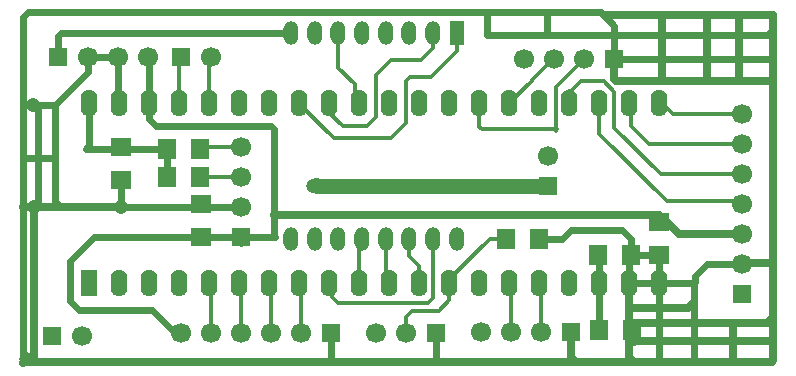
<source format=gbr>
G04 #@! TF.FileFunction,Copper,L2,Bot,Signal*
%FSLAX46Y46*%
G04 Gerber Fmt 4.6, Leading zero omitted, Abs format (unit mm)*
G04 Created by KiCad (PCBNEW (2015-01-16 BZR 5376)-product) date 20/06/2015 16:12:35*
%MOMM*%
G01*
G04 APERTURE LIST*
%ADD10C,0.100000*%
%ADD11R,1.600200X1.600200*%
%ADD12C,1.699260*%
%ADD13R,1.397000X2.286000*%
%ADD14O,1.397000X2.286000*%
%ADD15R,1.600200X1.803400*%
%ADD16R,1.803400X1.600200*%
%ADD17R,1.501140X1.501140*%
%ADD18R,1.270000X2.032000*%
%ADD19O,1.270000X2.032000*%
%ADD20C,1.198880*%
%ADD21C,0.609600*%
%ADD22C,0.635000*%
%ADD23C,0.304800*%
%ADD24C,1.270000*%
G04 APERTURE END LIST*
D10*
D11*
X137160000Y-108712000D03*
D12*
X137160000Y-106172000D03*
X137160000Y-103632000D03*
X137160000Y-101092000D03*
D11*
X168783000Y-93599000D03*
D12*
X166243000Y-93599000D03*
X163703000Y-93599000D03*
X161163000Y-93599000D03*
D11*
X165100000Y-116713000D03*
D12*
X162560000Y-116713000D03*
X160020000Y-116713000D03*
X157480000Y-116713000D03*
D13*
X124371100Y-112623600D03*
D14*
X126911100Y-112623600D03*
X129451100Y-112623600D03*
X131991100Y-112623600D03*
X134531100Y-112623600D03*
X137071100Y-112623600D03*
X139611100Y-112623600D03*
X142151100Y-112623600D03*
X144691100Y-112623600D03*
X147231100Y-112623600D03*
X149771100Y-112623600D03*
X152311100Y-112623600D03*
X154851100Y-112623600D03*
X157391100Y-112623600D03*
X159931100Y-112623600D03*
X162471100Y-112623600D03*
X165011100Y-112623600D03*
X167551100Y-112623600D03*
X170091100Y-112623600D03*
X172631100Y-112623600D03*
X172631100Y-97383600D03*
X170091100Y-97383600D03*
X167551100Y-97383600D03*
X165011100Y-97383600D03*
X162471100Y-97383600D03*
X159931100Y-97383600D03*
X157391100Y-97383600D03*
X154851100Y-97383600D03*
X152311100Y-97383600D03*
X149771100Y-97383600D03*
X147231100Y-97383600D03*
X144691100Y-97383600D03*
X142151100Y-97383600D03*
X139611100Y-97383600D03*
X137071100Y-97383600D03*
X134531100Y-97383600D03*
X131991100Y-97383600D03*
X129451100Y-97383600D03*
X126911100Y-97383600D03*
X124371100Y-97383600D03*
D15*
X167513000Y-116586000D03*
X170307000Y-116586000D03*
D16*
X133794500Y-108712000D03*
X133794500Y-105918000D03*
X127000000Y-101092000D03*
X127000000Y-103886000D03*
D17*
X121158000Y-117094000D03*
D12*
X123698000Y-117094000D03*
D17*
X144780000Y-116840000D03*
D12*
X142240000Y-116840000D03*
X139700000Y-116840000D03*
X137160000Y-116840000D03*
X134620000Y-116840000D03*
X132080000Y-116840000D03*
D15*
X130937000Y-103632000D03*
X133731000Y-103632000D03*
X130937000Y-101219000D03*
X133731000Y-101219000D03*
D17*
X179578000Y-113538000D03*
D12*
X179578000Y-110998000D03*
X179578000Y-108458000D03*
X179578000Y-105918000D03*
X179578000Y-103378000D03*
X179578000Y-100838000D03*
X179578000Y-98298000D03*
D17*
X132080000Y-93472000D03*
D12*
X134620000Y-93472000D03*
D11*
X121666000Y-93472000D03*
D12*
X124206000Y-93472000D03*
X126746000Y-93472000D03*
X129286000Y-93472000D03*
D18*
X155448000Y-91440000D03*
D19*
X153449020Y-91440000D03*
X151450040Y-91440000D03*
X149448520Y-91440000D03*
X147449540Y-91440000D03*
X145448020Y-91440000D03*
X143449040Y-91440000D03*
X141450060Y-91440000D03*
X141450060Y-108889800D03*
X143449040Y-108889800D03*
X145448020Y-108889800D03*
X147449540Y-108889800D03*
X149448520Y-108889800D03*
X151450040Y-108889800D03*
X153449020Y-108889800D03*
X155448000Y-108889800D03*
D15*
X162433000Y-108839000D03*
X159639000Y-108839000D03*
X170180000Y-110172500D03*
X167386000Y-110172500D03*
D20*
X119634000Y-106172000D03*
D17*
X153670000Y-116840000D03*
D12*
X151130000Y-116840000D03*
X148590000Y-116840000D03*
D17*
X163195000Y-104394000D03*
D12*
X163195000Y-101854000D03*
D20*
X143319500Y-104330500D03*
D16*
X172593000Y-107378500D03*
X172593000Y-110172500D03*
D20*
X118999000Y-118999000D03*
X119570500Y-97536000D03*
X127000000Y-106108500D03*
D21*
X133794500Y-108712000D02*
X137160000Y-108712000D01*
X132080000Y-116840000D02*
X131635500Y-116840000D01*
X131635500Y-116840000D02*
X129667000Y-114871500D01*
X129667000Y-114871500D02*
X123444000Y-114871500D01*
X123444000Y-114871500D02*
X122682000Y-114109500D01*
X122682000Y-114109500D02*
X122682000Y-110744000D01*
X122682000Y-110744000D02*
X124714000Y-108712000D01*
X124714000Y-108712000D02*
X133794500Y-108712000D01*
X139954000Y-106934000D02*
X139954000Y-99504500D01*
X129451100Y-98717100D02*
X129451100Y-97383600D01*
X129984500Y-99250500D02*
X129451100Y-98717100D01*
X139700000Y-99250500D02*
X129984500Y-99250500D01*
X139954000Y-99504500D02*
X139700000Y-99250500D01*
X137160000Y-108712000D02*
X140081000Y-108712000D01*
X140081000Y-108712000D02*
X139954000Y-108585000D01*
X139954000Y-108585000D02*
X139954000Y-106934000D01*
X139954000Y-106934000D02*
X139954000Y-106807000D01*
D22*
X139954000Y-106807000D02*
X172593000Y-106807000D01*
X172593000Y-106807000D02*
X174244000Y-108458000D01*
X174244000Y-108458000D02*
X179578000Y-108458000D01*
D21*
X129451100Y-97383600D02*
X129451100Y-93637100D01*
X129451100Y-93637100D02*
X129286000Y-93472000D01*
X137160000Y-108712000D02*
X137160000Y-109220000D01*
X129451100Y-97383600D02*
X129438400Y-97383600D01*
X129451100Y-97383600D02*
X129451100Y-97955100D01*
X127000000Y-103886000D02*
X127000000Y-106108500D01*
X172593000Y-110172500D02*
X170180000Y-110172500D01*
X172631100Y-112623600D02*
X172631100Y-110210600D01*
X172631100Y-110210600D02*
X172593000Y-110172500D01*
X162433000Y-108839000D02*
X164401500Y-108839000D01*
X164401500Y-108839000D02*
X165163500Y-108077000D01*
X165163500Y-108077000D02*
X169418000Y-108077000D01*
X169418000Y-108077000D02*
X170180000Y-108839000D01*
X170180000Y-108839000D02*
X170180000Y-110172500D01*
X170091100Y-112623600D02*
X170091100Y-110261400D01*
X170091100Y-110261400D02*
X170180000Y-110172500D01*
X153670000Y-116840000D02*
X153670000Y-119253000D01*
X144780000Y-116840000D02*
X144780000Y-119253000D01*
D22*
X178816000Y-115951000D02*
X178816000Y-119253000D01*
D21*
X172631100Y-112623600D02*
X172631100Y-119253000D01*
X137160000Y-106172000D02*
X126873000Y-106172000D01*
X163068000Y-89662000D02*
X163068000Y-91567000D01*
D22*
X170091100Y-114681000D02*
X175006000Y-114681000D01*
X175006000Y-114681000D02*
X175514000Y-114173000D01*
X182245000Y-117475000D02*
X170091100Y-117475000D01*
X170218100Y-117602000D02*
X170434000Y-117602000D01*
X170091100Y-117475000D02*
X170218100Y-117602000D01*
X170091100Y-115951000D02*
X178816000Y-115951000D01*
X178816000Y-115951000D02*
X181737000Y-115951000D01*
X181737000Y-115951000D02*
X182245000Y-115443000D01*
D21*
X168910000Y-91567000D02*
X163068000Y-91567000D01*
X163068000Y-91567000D02*
X157988000Y-91567000D01*
X157988000Y-91567000D02*
X157988000Y-89662000D01*
D22*
X172847000Y-95504000D02*
X172847000Y-89916000D01*
D21*
X168783000Y-91567000D02*
X168910000Y-91567000D01*
X168910000Y-91567000D02*
X181737000Y-91567000D01*
X181737000Y-91567000D02*
X182245000Y-91059000D01*
D22*
X179324000Y-89916000D02*
X179324000Y-95504000D01*
X176657000Y-95504000D02*
X172847000Y-95504000D01*
X172847000Y-95504000D02*
X168989594Y-95504000D01*
X168783000Y-95297406D02*
X168783000Y-93599000D01*
X168989594Y-95504000D02*
X168783000Y-95297406D01*
X176657000Y-89916000D02*
X176657000Y-95504000D01*
X176657000Y-95504000D02*
X179324000Y-95504000D01*
X179324000Y-95504000D02*
X182245000Y-95504000D01*
D21*
X168783000Y-93599000D02*
X182245000Y-93599000D01*
X175514000Y-112623600D02*
X175514000Y-114173000D01*
X175514000Y-114173000D02*
X175514000Y-119253000D01*
X179578000Y-110998000D02*
X176657000Y-110998000D01*
X175539400Y-112623600D02*
X175514000Y-112623600D01*
X175514000Y-112623600D02*
X170091100Y-112623600D01*
X175641000Y-112522000D02*
X175539400Y-112623600D01*
X175641000Y-112014000D02*
X175641000Y-112522000D01*
X176657000Y-110998000D02*
X175641000Y-112014000D01*
D22*
X182245000Y-110871000D02*
X179705000Y-110871000D01*
X179705000Y-110871000D02*
X179578000Y-110998000D01*
X170307000Y-119253000D02*
X172631100Y-119253000D01*
X172631100Y-119253000D02*
X175514000Y-119253000D01*
X175514000Y-119253000D02*
X178816000Y-119253000D01*
X178816000Y-119253000D02*
X182118000Y-119253000D01*
X182118000Y-119253000D02*
X182245000Y-119126000D01*
X182245000Y-119126000D02*
X182245000Y-117475000D01*
X182245000Y-117475000D02*
X182245000Y-115443000D01*
X182245000Y-115443000D02*
X182245000Y-110871000D01*
X182245000Y-89916000D02*
X179324000Y-89916000D01*
X182245000Y-91059000D02*
X182245000Y-89916000D01*
X179324000Y-89916000D02*
X176657000Y-89916000D01*
X176657000Y-89916000D02*
X172847000Y-89916000D01*
X172847000Y-89916000D02*
X167894000Y-89916000D01*
X182245000Y-93599000D02*
X182245000Y-91059000D01*
X182245000Y-110871000D02*
X182245000Y-95504000D01*
X182245000Y-95504000D02*
X182245000Y-93599000D01*
X165354000Y-119253000D02*
X170307000Y-119253000D01*
X170307000Y-119253000D02*
X170434000Y-119253000D01*
X170434000Y-119253000D02*
X170091100Y-118910100D01*
X170091100Y-118910100D02*
X170091100Y-115951000D01*
X170091100Y-115951000D02*
X170091100Y-114681000D01*
X170091100Y-114681000D02*
X170091100Y-112623600D01*
X130683000Y-119253000D02*
X144780000Y-119253000D01*
X144780000Y-119253000D02*
X150368000Y-119253000D01*
X150368000Y-119253000D02*
X153670000Y-119253000D01*
X153670000Y-119253000D02*
X155321000Y-119253000D01*
X155321000Y-119253000D02*
X165354000Y-119253000D01*
X165354000Y-119253000D02*
X165481000Y-119253000D01*
X165100000Y-118872000D02*
X165100000Y-116713000D01*
X165481000Y-119253000D02*
X165100000Y-118872000D01*
D21*
X118745000Y-97536000D02*
X118745000Y-90043000D01*
X119126000Y-89662000D02*
X157988000Y-89662000D01*
X118745000Y-90043000D02*
X119126000Y-89662000D01*
X157988000Y-89662000D02*
X163068000Y-89662000D01*
X163068000Y-89662000D02*
X167640000Y-89662000D01*
X167640000Y-89662000D02*
X167894000Y-89916000D01*
X168783000Y-90805000D02*
X168783000Y-91567000D01*
X168783000Y-91567000D02*
X168783000Y-93599000D01*
X167894000Y-89916000D02*
X168783000Y-90805000D01*
D22*
X119634000Y-106172000D02*
X119634000Y-119253000D01*
D21*
X118745000Y-106172000D02*
X118745000Y-119380000D01*
X118745000Y-101981000D02*
X121412000Y-101981000D01*
X120015000Y-97536000D02*
X120015000Y-106172000D01*
X121412000Y-97536000D02*
X121412000Y-101981000D01*
X121412000Y-101981000D02*
X121412000Y-105664000D01*
X121412000Y-105664000D02*
X121920000Y-106172000D01*
X118745000Y-97536000D02*
X118745000Y-101981000D01*
X118745000Y-101981000D02*
X118745000Y-106172000D01*
X126746000Y-93472000D02*
X126746000Y-97218500D01*
X126746000Y-97218500D02*
X126911100Y-97383600D01*
X124206000Y-93472000D02*
X126746000Y-93472000D01*
D22*
X126873000Y-106172000D02*
X121920000Y-106172000D01*
X121920000Y-106172000D02*
X120015000Y-106172000D01*
X120015000Y-106172000D02*
X119634000Y-106172000D01*
X119634000Y-106172000D02*
X118745000Y-106172000D01*
D21*
X124206000Y-93472000D02*
X124206000Y-94742000D01*
X121412000Y-97536000D02*
X120015000Y-97536000D01*
X120015000Y-97536000D02*
X118745000Y-97536000D01*
X124206000Y-94742000D02*
X121412000Y-97536000D01*
D22*
X119634000Y-119253000D02*
X130683000Y-119253000D01*
X118872000Y-119253000D02*
X119634000Y-119253000D01*
X118745000Y-119380000D02*
X118872000Y-119253000D01*
D23*
X137160000Y-103632000D02*
X133731000Y-103632000D01*
X137160000Y-101092000D02*
X133858000Y-101092000D01*
X133858000Y-101092000D02*
X133731000Y-101219000D01*
X166243000Y-93599000D02*
X163830000Y-96012000D01*
X157391100Y-99352100D02*
X157391100Y-97383600D01*
X157607000Y-99568000D02*
X157391100Y-99352100D01*
X163957000Y-99568000D02*
X157607000Y-99568000D01*
X163830000Y-99695000D02*
X163957000Y-99568000D01*
X163830000Y-96012000D02*
X163830000Y-99695000D01*
X157391100Y-97383600D02*
X157391100Y-97116900D01*
X163703000Y-93599000D02*
X163576000Y-93599000D01*
X163576000Y-93599000D02*
X161798000Y-95377000D01*
X161798000Y-95377000D02*
X161798000Y-95516700D01*
X161798000Y-95516700D02*
X159931100Y-97383600D01*
X159931100Y-97383600D02*
X159931100Y-97370900D01*
D21*
X167551100Y-112623600D02*
X167551100Y-116547900D01*
X167551100Y-116547900D02*
X167513000Y-116586000D01*
X167551100Y-112623600D02*
X167551100Y-110337600D01*
X167551100Y-110337600D02*
X167386000Y-110172500D01*
X121666000Y-93472000D02*
X121666000Y-91694000D01*
X121920000Y-91440000D02*
X141450060Y-91440000D01*
X121666000Y-91694000D02*
X121920000Y-91440000D01*
X130937000Y-101219000D02*
X124079000Y-101219000D01*
X124371100Y-100926900D02*
X124371100Y-97383600D01*
X124079000Y-101219000D02*
X124371100Y-100926900D01*
X130937000Y-101219000D02*
X130937000Y-103632000D01*
D23*
X162560000Y-116713000D02*
X162560000Y-112712500D01*
X162560000Y-112712500D02*
X162471100Y-112623600D01*
X160020000Y-116713000D02*
X160020000Y-112712500D01*
X160020000Y-112712500D02*
X159931100Y-112623600D01*
X134620000Y-116840000D02*
X134620000Y-112712500D01*
X134620000Y-112712500D02*
X134531100Y-112623600D01*
X137160000Y-112712500D02*
X137071100Y-112623600D01*
X137160000Y-116840000D02*
X137160000Y-112712500D01*
X139700000Y-116840000D02*
X139700000Y-112712500D01*
X139700000Y-112712500D02*
X139611100Y-112623600D01*
X142240000Y-116840000D02*
X142240000Y-112712500D01*
X142240000Y-112712500D02*
X142151100Y-112623600D01*
X144907000Y-112839500D02*
X144691100Y-112623600D01*
X144907000Y-113792000D02*
X144907000Y-112839500D01*
X145415000Y-114300000D02*
X144907000Y-113792000D01*
X153035000Y-114300000D02*
X145415000Y-114300000D01*
X153449020Y-113885980D02*
X153035000Y-114300000D01*
X153449020Y-108889800D02*
X153449020Y-113885980D01*
X147231100Y-112623600D02*
X147231100Y-109108240D01*
X147231100Y-109108240D02*
X147449540Y-108889800D01*
X149448520Y-108889800D02*
X149448520Y-112301020D01*
X149448520Y-112301020D02*
X149771100Y-112623600D01*
X152311100Y-112623600D02*
X152311100Y-111163100D01*
X151450040Y-110302040D02*
X151450040Y-108889800D01*
X152311100Y-111163100D02*
X151450040Y-110302040D01*
X179578000Y-98298000D02*
X173736000Y-98298000D01*
X173736000Y-98298000D02*
X172821600Y-97383600D01*
X172821600Y-97383600D02*
X172631100Y-97383600D01*
X179578000Y-100838000D02*
X174244000Y-100838000D01*
X170180000Y-99314000D02*
X170180000Y-97472500D01*
X171704000Y-100838000D02*
X170180000Y-99314000D01*
X174244000Y-100838000D02*
X171704000Y-100838000D01*
X170180000Y-97472500D02*
X170091100Y-97383600D01*
X167551100Y-97383600D02*
X167551100Y-99987100D01*
X173228000Y-105664000D02*
X179324000Y-105664000D01*
X167551100Y-99987100D02*
X173228000Y-105664000D01*
X179324000Y-105664000D02*
X179578000Y-105918000D01*
X165011100Y-97383600D02*
X165011100Y-96481900D01*
X165011100Y-96481900D02*
X165989000Y-95504000D01*
X172720000Y-103378000D02*
X179578000Y-103378000D01*
X168783000Y-99441000D02*
X172720000Y-103378000D01*
X168783000Y-96393000D02*
X168783000Y-99441000D01*
X167894000Y-95504000D02*
X168783000Y-96393000D01*
X165989000Y-95504000D02*
X167894000Y-95504000D01*
X165011100Y-97383600D02*
X165011100Y-96354900D01*
X165100000Y-97472500D02*
X165011100Y-97383600D01*
X145448020Y-91440000D02*
X145448020Y-94394020D01*
X146812000Y-95758000D02*
X146812000Y-96964500D01*
X145448020Y-94394020D02*
X146812000Y-95758000D01*
X146812000Y-96964500D02*
X147231100Y-97383600D01*
X144691100Y-97383600D02*
X144691100Y-98209100D01*
X144691100Y-98209100D02*
X145796000Y-99314000D01*
X145796000Y-99314000D02*
X147828000Y-99314000D01*
X147828000Y-99314000D02*
X148590000Y-98552000D01*
X148590000Y-98552000D02*
X148590000Y-94996000D01*
X148590000Y-94996000D02*
X149860000Y-93726000D01*
X149860000Y-93726000D02*
X152400000Y-93726000D01*
X152400000Y-93726000D02*
X153449020Y-92676980D01*
X153449020Y-92676980D02*
X153449020Y-91440000D01*
X142151100Y-97383600D02*
X142151100Y-97447100D01*
X142151100Y-97447100D02*
X145034000Y-100330000D01*
X145034000Y-100330000D02*
X149860000Y-100330000D01*
X149860000Y-100330000D02*
X151130000Y-99060000D01*
X151130000Y-99060000D02*
X151130000Y-95504000D01*
X151130000Y-95504000D02*
X151511000Y-95123000D01*
X151511000Y-95123000D02*
X153289000Y-95123000D01*
X153289000Y-95123000D02*
X155448000Y-92964000D01*
X155448000Y-92964000D02*
X155448000Y-91440000D01*
X134531100Y-97383600D02*
X134531100Y-93560900D01*
X134531100Y-93560900D02*
X134620000Y-93472000D01*
X131991100Y-97383600D02*
X131991100Y-93560900D01*
X131991100Y-93560900D02*
X132080000Y-93472000D01*
X154851100Y-112623600D02*
X154851100Y-112229900D01*
X154851100Y-112229900D02*
X158242000Y-108839000D01*
X158242000Y-108839000D02*
X159639000Y-108839000D01*
X151130000Y-116840000D02*
X151130000Y-115443000D01*
X154813000Y-114046000D02*
X154813000Y-112661700D01*
X153924000Y-114935000D02*
X154813000Y-114046000D01*
X151638000Y-114935000D02*
X153924000Y-114935000D01*
X151130000Y-115443000D02*
X151638000Y-114935000D01*
X154813000Y-112661700D02*
X154851100Y-112623600D01*
X151066500Y-116840000D02*
X151193500Y-116840000D01*
D24*
X163195000Y-104394000D02*
X143637000Y-104394000D01*
X143637000Y-104394000D02*
X143510000Y-104267000D01*
M02*

</source>
